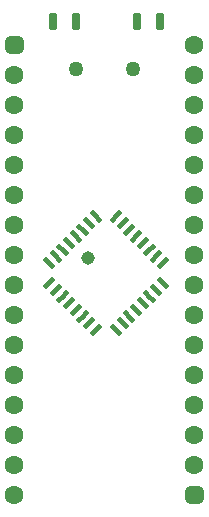
<source format=gbr>
G04 Generated by Ultiboard 14.1 *
%FSLAX24Y24*%
%MOIN*%

%ADD10C,0.0001*%
%ADD11C,0.0450*%
%ADD12P,0.0250X4*%
%ADD13C,0.0633*%
%ADD14R,0.0208X0.0208*%
%ADD15C,0.0392*%
%ADD16C,0.0500*%
%ADD17R,0.0108X0.0417*%
%ADD18C,0.0167*%


G04 ColorRGB FF00CC for the following layer *
%LNSolder Mask Top*%
%LPD*%
G54D10*
G54D11*
X3200Y8900D03*
G54D12*
X3362Y6403D03*
X3466Y6507D03*
X3570Y6611D03*
X4238Y6403D03*
X4134Y6507D03*
X4030Y6611D03*
X2471Y7293D03*
X2575Y7398D03*
X2679Y7502D03*
X2693Y7071D03*
X2798Y7175D03*
X2902Y7279D03*
X2916Y6848D03*
X3021Y6952D03*
X3125Y7057D03*
X3139Y6625D03*
X3243Y6730D03*
X3348Y6834D03*
X4907Y7071D03*
X4802Y7175D03*
X4698Y7279D03*
X4684Y6848D03*
X4579Y6952D03*
X4475Y7057D03*
X4461Y6625D03*
X4357Y6730D03*
X4252Y6834D03*
X5129Y7293D03*
X5025Y7398D03*
X4921Y7502D03*
X1803Y7962D03*
X1907Y8066D03*
X2011Y8170D03*
X2025Y7739D03*
X2130Y7843D03*
X2234Y7948D03*
X2248Y7516D03*
X2352Y7621D03*
X2457Y7725D03*
X5797Y7962D03*
X5693Y8066D03*
X5589Y8170D03*
X5575Y7739D03*
X5470Y7843D03*
X5366Y7948D03*
X5352Y7516D03*
X5248Y7621D03*
X5143Y7725D03*
X1803Y8838D03*
X1907Y8734D03*
X2011Y8630D03*
X2025Y9061D03*
X2130Y8957D03*
X2234Y8852D03*
X5797Y8838D03*
X5693Y8734D03*
X5589Y8630D03*
X5575Y9061D03*
X5470Y8957D03*
X5366Y8852D03*
X2248Y9284D03*
X2352Y9179D03*
X2457Y9075D03*
X2471Y9507D03*
X2575Y9402D03*
X2679Y9298D03*
X2693Y9729D03*
X2798Y9625D03*
X2902Y9521D03*
X4907Y9729D03*
X4802Y9625D03*
X4698Y9521D03*
X5129Y9507D03*
X5025Y9402D03*
X4921Y9298D03*
X5352Y9284D03*
X5248Y9179D03*
X5143Y9075D03*
X3139Y10175D03*
X3243Y10070D03*
X3348Y9966D03*
X2916Y9952D03*
X3021Y9848D03*
X3125Y9743D03*
X3362Y10397D03*
X3466Y10293D03*
X3570Y10189D03*
X4238Y10397D03*
X4134Y10293D03*
X4030Y10189D03*
X4461Y10175D03*
X4357Y10070D03*
X4252Y9966D03*
X4684Y9952D03*
X4579Y9848D03*
X4475Y9743D03*
G54D13*
X6750Y13000D03*
X6750Y5000D03*
X6750Y2000D03*
X6750Y4000D03*
X6750Y3000D03*
X6750Y8000D03*
X6750Y7000D03*
X6750Y6000D03*
X6750Y10000D03*
X6750Y9000D03*
X6750Y11000D03*
X6750Y15000D03*
X6750Y12000D03*
X6750Y14000D03*
X6750Y16000D03*
X750Y12000D03*
X750Y15000D03*
X750Y13000D03*
X750Y14000D03*
X750Y9000D03*
X750Y10000D03*
X750Y11000D03*
X750Y7000D03*
X750Y8000D03*
X750Y6000D03*
X750Y2000D03*
X750Y4000D03*
X750Y5000D03*
X750Y3000D03*
X750Y1000D03*
G54D14*
X6750Y1000D03*
X750Y16000D03*
G54D15*
X6646Y896D02*
X6854Y896D01*
X6854Y1104D01*
X6646Y1104D01*
X6646Y896D01*D02*
X646Y15896D02*
X854Y15896D01*
X854Y16104D01*
X646Y16104D01*
X646Y15896D01*D02*
G54D16*
X2800Y15200D03*
X4717Y15200D03*
G54D17*
X2025Y16800D03*
X2775Y16800D03*
X4825Y16800D03*
X5575Y16800D03*
G54D18*
X1971Y16592D02*
X2079Y16592D01*
X2079Y17008D01*
X1971Y17008D01*
X1971Y16592D01*D02*
X2721Y16592D02*
X2829Y16592D01*
X2829Y17008D01*
X2721Y17008D01*
X2721Y16592D01*D02*
X4771Y16592D02*
X4879Y16592D01*
X4879Y17008D01*
X4771Y17008D01*
X4771Y16592D01*D02*
X5521Y16592D02*
X5629Y16592D01*
X5629Y17008D01*
X5521Y17008D01*
X5521Y16592D01*D02*

M02*

</source>
